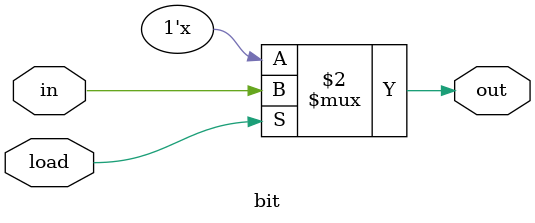
<source format=v>
module bit(input in, input load, output reg out);
    
    always @ (*) begin
        if (load) begin
            out <= in;
        end
    end

endmodule
</source>
